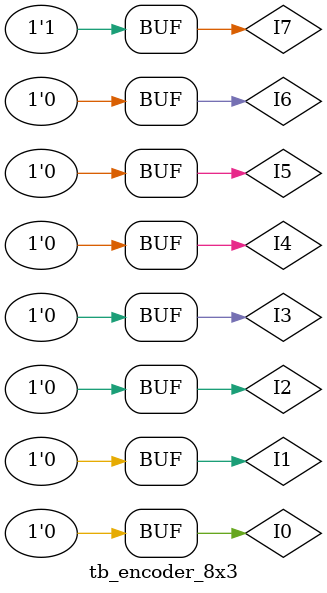
<source format=v>
module tb_encoder_8x3;
reg I0,I1,I2,I3,I4,I5,I6,I7;
wire Z0, Z1,Z2;
encoder_8x3 a1(I0,I1,I2,I3,I4,I5,I6,I7,Z0,Z1,Z2);
initial
begin
I0 = 1'b1; I1 = 1'b0; I2 = 1'b0; I3 = 1'b0; I4 = 1'b0; I5 = 1'b0; I6 = 1'b0; I7 = 1'b0;
#10
I0 = 1'b0; I1 = 1'b1; I2 = 1'b0; I3 = 1'b0; I4 = 1'b0; I5 = 1'b0; I6 = 1'b0; I7 = 1'b0;
#10
I0 = 1'b0; I1 = 1'b0; I2 = 1'b1; I3 = 1'b0; I4 = 1'b0; I5 = 1'b0; I6 = 1'b0; I7 = 1'b0;
#10
I0 = 1'b0; I1 = 1'b0; I2 = 1'b0; I3 = 1'b1; I4 = 1'b0; I5 = 1'b0; I6 = 1'b0; I7 = 1'b0;
#10
I0 = 1'b0; I1 = 1'b0; I2 = 1'b0; I3 = 1'b0; I4 = 1'b1; I5 = 1'b0; I6 = 1'b0; I7 = 1'b0;
#10
I0 = 1'b0; I1 = 1'b0; I2 = 1'b0; I3 = 1'b0; I4 = 1'b0; I5 = 1'b1; I6 = 1'b0; I7 = 1'b0;
#10
I0 = 1'b0; I1 = 1'b0; I2 = 1'b0; I3 = 1'b0; I4 = 1'b0; I5 = 1'b0; I6 = 1'b1; I7 = 1'b0;
#10
I0 = 1'b0; I1 = 1'b0; I2 = 1'b0; I3 = 1'b0; I4 = 1'b0; I5 = 1'b0; I6 = 1'b0; I7 = 1'b1;
end
endmodule
</source>
